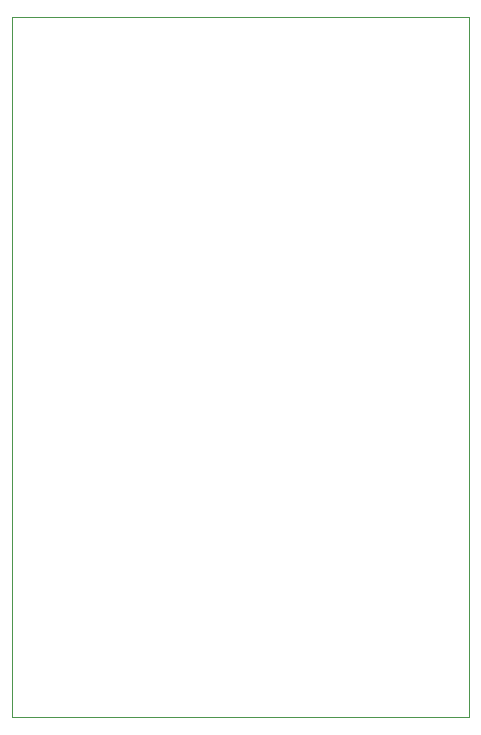
<source format=gbr>
%TF.GenerationSoftware,KiCad,Pcbnew,8.0.4-8.0.4-0~ubuntu24.04.1*%
%TF.CreationDate,2024-09-03T17:30:33+09:00*%
%TF.ProjectId,ESP32,45535033-322e-46b6-9963-61645f706362,rev?*%
%TF.SameCoordinates,Original*%
%TF.FileFunction,Profile,NP*%
%FSLAX46Y46*%
G04 Gerber Fmt 4.6, Leading zero omitted, Abs format (unit mm)*
G04 Created by KiCad (PCBNEW 8.0.4-8.0.4-0~ubuntu24.04.1) date 2024-09-03 17:30:33*
%MOMM*%
%LPD*%
G01*
G04 APERTURE LIST*
%TA.AperFunction,Profile*%
%ADD10C,0.050000*%
%TD*%
G04 APERTURE END LIST*
D10*
X130500000Y-72000000D02*
X169250000Y-72000000D01*
X169250000Y-131250000D01*
X130500000Y-131250000D01*
X130500000Y-72000000D01*
M02*

</source>
